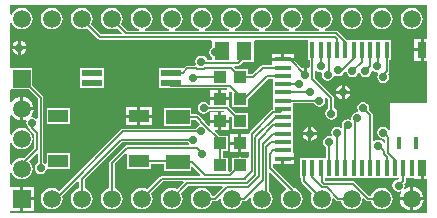
<source format=gtl>
G04*
G04 #@! TF.GenerationSoftware,Altium Limited,CircuitStudio,1.5.1 (13)*
G04*
G04 Layer_Physical_Order=1*
G04 Layer_Color=255*
%FSLAX25Y25*%
%MOIN*%
G70*
G01*
G75*
%ADD10R,0.06693X0.03937*%
%ADD11R,0.07874X0.04921*%
%ADD12R,0.05118X0.05906*%
%ADD13R,0.05512X0.01575*%
%ADD14R,0.01575X0.03937*%
%ADD15R,0.03150X0.05512*%
%ADD16R,0.01575X0.05512*%
%ADD17R,0.07087X0.02165*%
%ADD18R,0.04331X0.03937*%
%ADD19C,0.00600*%
%ADD20C,0.05906*%
%ADD21R,0.05906X0.05906*%
%ADD22R,0.05906X0.05906*%
%ADD23C,0.02756*%
G36*
X205382Y273321D02*
Y266837D01*
X204882Y266682D01*
X204315Y267060D01*
X203543Y267214D01*
X203462Y267197D01*
X203180Y267651D01*
X203453Y268007D01*
X203851Y268968D01*
X203921Y269500D01*
X200500D01*
Y266079D01*
X201032Y266149D01*
X201264Y266245D01*
X201451Y266121D01*
X201660Y265868D01*
X201527Y265197D01*
X201680Y264425D01*
X202117Y263771D01*
X202670Y263402D01*
X202692Y263289D01*
X202695Y263271D01*
X202894Y262973D01*
X204182Y261686D01*
Y256897D01*
X200767Y253482D01*
X200000Y253583D01*
X199073Y253461D01*
X198208Y253103D01*
X197466Y252534D01*
X196897Y251792D01*
X196714Y251350D01*
X196214Y251450D01*
Y258550D01*
X196714Y258650D01*
X196897Y258208D01*
X197466Y257466D01*
X198208Y256897D01*
X199073Y256539D01*
X200000Y256417D01*
X200927Y256539D01*
X201792Y256897D01*
X202534Y257466D01*
X203103Y258208D01*
X203461Y259073D01*
X203583Y260000D01*
X203461Y260927D01*
X203103Y261792D01*
X202534Y262534D01*
X201792Y263103D01*
X200927Y263461D01*
X200000Y263583D01*
X199073Y263461D01*
X198208Y263103D01*
X197466Y262534D01*
X196897Y261792D01*
X196714Y261350D01*
X196214Y261450D01*
Y267620D01*
X196714Y267790D01*
X197181Y267181D01*
X198007Y266547D01*
X198968Y266149D01*
X199500Y266079D01*
Y270000D01*
Y273921D01*
X198968Y273851D01*
X198007Y273453D01*
X197181Y272819D01*
X196714Y272211D01*
X196214Y272380D01*
Y276044D01*
X196447Y276447D01*
X196714Y276447D01*
X202255D01*
X205382Y273321D01*
D02*
G37*
G36*
X335039Y293362D02*
X333965D01*
Y289606D01*
Y285850D01*
X335039D01*
Y271890D01*
X322835D01*
Y262873D01*
X322336Y262819D01*
X321899Y263473D01*
X321244Y263910D01*
X320472Y264064D01*
X319701Y263910D01*
X319046Y263473D01*
X318609Y262819D01*
X318456Y262047D01*
X318609Y261276D01*
X319046Y260621D01*
X319701Y260184D01*
X320472Y260031D01*
X320630Y260062D01*
X321130Y259651D01*
Y258836D01*
X320630Y258685D01*
X320324Y259143D01*
X319669Y259580D01*
X318898Y259733D01*
X318126Y259580D01*
X317559Y259201D01*
X317059Y259357D01*
Y267952D01*
X316989Y268304D01*
X316791Y268601D01*
X315677Y269715D01*
X315796Y270315D01*
X315642Y271087D01*
X315205Y271741D01*
X314551Y272178D01*
X313779Y272332D01*
X313007Y272178D01*
X312353Y271741D01*
X311916Y271087D01*
X311763Y270315D01*
X311916Y269543D01*
X312121Y269236D01*
X311820Y268787D01*
X311811Y268788D01*
X311039Y268635D01*
X310385Y268198D01*
X309948Y267543D01*
X309794Y266772D01*
X309826Y266611D01*
X309595Y266412D01*
X309382Y266283D01*
X308661Y266426D01*
X307890Y266273D01*
X307235Y265835D01*
X306798Y265181D01*
X306645Y264409D01*
X306737Y263946D01*
X306287Y263645D01*
X305890Y263910D01*
X305118Y264064D01*
X304346Y263910D01*
X303692Y263473D01*
X303255Y262819D01*
X303101Y262047D01*
X303255Y261276D01*
X303303Y261203D01*
X302976Y260792D01*
X302362Y260914D01*
X301590Y260761D01*
X300936Y260324D01*
X300499Y259669D01*
X300345Y258898D01*
X300499Y258126D01*
X300936Y257472D01*
X301445Y257132D01*
Y253592D01*
X292707D01*
Y246880D01*
X293177D01*
Y245905D01*
X293247Y245554D01*
X293446Y245257D01*
X296903Y241800D01*
X296897Y241792D01*
X296539Y240927D01*
X296417Y240000D01*
X296539Y239073D01*
X296897Y238208D01*
X297466Y237466D01*
X298208Y236897D01*
X299073Y236539D01*
X300000Y236417D01*
X300927Y236539D01*
X301792Y236897D01*
X302534Y237466D01*
X303103Y238208D01*
X303461Y239073D01*
X303567Y239877D01*
X304029Y240122D01*
X304800Y239351D01*
X305098Y239152D01*
X305449Y239082D01*
X306537D01*
X306539Y239073D01*
X306897Y238208D01*
X307466Y237466D01*
X308208Y236897D01*
X309073Y236539D01*
X310000Y236417D01*
X310927Y236539D01*
X311792Y236897D01*
X312534Y237466D01*
X313103Y238208D01*
X313461Y239073D01*
X313567Y239877D01*
X314029Y240122D01*
X314800Y239351D01*
X315097Y239152D01*
X315449Y239082D01*
X316537D01*
X316539Y239073D01*
X316897Y238208D01*
X317466Y237466D01*
X318208Y236897D01*
X319073Y236539D01*
X320000Y236417D01*
X320927Y236539D01*
X321792Y236897D01*
X322534Y237466D01*
X323103Y238208D01*
X323461Y239073D01*
X323583Y240000D01*
X323461Y240927D01*
X323103Y241792D01*
X322534Y242534D01*
X321792Y243103D01*
X320927Y243461D01*
X320000Y243583D01*
X319073Y243461D01*
X318208Y243103D01*
X317466Y242534D01*
X316897Y241792D01*
X316539Y240927D01*
X316537Y240918D01*
X315829D01*
X311045Y245702D01*
X310747Y245901D01*
X310396Y245970D01*
X300961D01*
X300918Y246014D01*
Y246880D01*
X325647D01*
X325664Y246833D01*
X325655Y246772D01*
X325326Y246295D01*
X324819Y246194D01*
X324165Y245757D01*
X323727Y245103D01*
X323574Y244331D01*
X323727Y243559D01*
X324165Y242905D01*
X324819Y242467D01*
X325590Y242314D01*
X326266Y242448D01*
X326501Y242199D01*
X326583Y242040D01*
X326547Y241993D01*
X326149Y241032D01*
X326079Y240500D01*
X329500D01*
Y243921D01*
X328968Y243851D01*
X328007Y243453D01*
X327885Y243359D01*
X327808Y243395D01*
X327477Y243677D01*
X327607Y244331D01*
X327488Y244930D01*
X327814Y245257D01*
X328013Y245554D01*
X328083Y245905D01*
Y246880D01*
X330890D01*
Y246480D01*
X332965D01*
Y250236D01*
X333965D01*
Y246480D01*
X335039D01*
Y235308D01*
X196214D01*
Y236047D01*
X199500D01*
Y240000D01*
Y243953D01*
X196214D01*
Y248550D01*
X196714Y248650D01*
X196897Y248208D01*
X197466Y247466D01*
X198208Y246897D01*
X199073Y246539D01*
X200000Y246417D01*
X200927Y246539D01*
X201792Y246897D01*
X202534Y247466D01*
X203103Y248208D01*
X203461Y249073D01*
X203583Y250000D01*
X203461Y250927D01*
X203103Y251792D01*
X202534Y252534D01*
X202526Y252646D01*
X204920Y255039D01*
X205382Y254848D01*
Y252002D01*
X204873Y251662D01*
X204436Y251008D01*
X204282Y250236D01*
X204436Y249465D01*
X204873Y248810D01*
X205527Y248373D01*
X206299Y248219D01*
X207071Y248373D01*
X207725Y248810D01*
X208162Y249465D01*
X208275Y250030D01*
X216135D01*
Y255167D01*
X208243D01*
Y251788D01*
X207743Y251636D01*
X207725Y251662D01*
X207217Y252002D01*
Y273701D01*
X207147Y274052D01*
X206948Y274350D01*
X203553Y277745D01*
Y283553D01*
X196714D01*
X196447Y283553D01*
X196214Y283956D01*
X196214Y283956D01*
Y298550D01*
X196714Y298650D01*
X196897Y298208D01*
X197466Y297466D01*
X198208Y296897D01*
X199073Y296539D01*
X200000Y296417D01*
X200927Y296539D01*
X201792Y296897D01*
X202534Y297466D01*
X203103Y298208D01*
X203461Y299073D01*
X203583Y300000D01*
X203461Y300927D01*
X203103Y301792D01*
X202534Y302534D01*
X201792Y303103D01*
X200927Y303461D01*
X200000Y303583D01*
X199073Y303461D01*
X198208Y303103D01*
X197466Y302534D01*
X196897Y301792D01*
X196714Y301350D01*
X196214Y301450D01*
Y304534D01*
X335039D01*
Y293362D01*
D02*
G37*
%LPC*%
G36*
X243339Y267059D02*
X239492D01*
Y264591D01*
X243339D01*
Y267059D01*
D02*
G37*
G36*
X296563Y263979D02*
Y262154D01*
X298388D01*
X298303Y262581D01*
X297777Y263368D01*
X296991Y263894D01*
X296563Y263979D01*
D02*
G37*
G36*
X269209Y265386D02*
X266543D01*
Y262917D01*
X269209D01*
Y265386D01*
D02*
G37*
G36*
X238492Y267059D02*
X234646D01*
Y264591D01*
X238492D01*
Y267059D01*
D02*
G37*
G36*
X216135Y270128D02*
X208243D01*
Y264990D01*
X216135D01*
Y270128D01*
D02*
G37*
G36*
X243339Y270528D02*
X239492D01*
Y268059D01*
X243339D01*
Y270528D01*
D02*
G37*
G36*
X200500Y273921D02*
Y270500D01*
X203921D01*
X203851Y271032D01*
X203453Y271993D01*
X202819Y272819D01*
X201993Y273453D01*
X201032Y273851D01*
X200500Y273921D01*
D02*
G37*
G36*
X265543Y268854D02*
X262878D01*
Y266386D01*
X265543D01*
Y268854D01*
D02*
G37*
G36*
X238492Y270528D02*
X234646D01*
Y268059D01*
X238492D01*
Y270528D01*
D02*
G37*
G36*
X295563Y263979D02*
X295135Y263894D01*
X294349Y263368D01*
X293823Y262581D01*
X293738Y262154D01*
X295563D01*
Y263979D01*
D02*
G37*
G36*
X203953Y243953D02*
X200500D01*
Y240500D01*
X203953D01*
Y243953D01*
D02*
G37*
G36*
X330500Y243921D02*
Y240500D01*
X333921D01*
X333851Y241032D01*
X333453Y241993D01*
X332819Y242819D01*
X331993Y243453D01*
X331032Y243851D01*
X330500Y243921D01*
D02*
G37*
G36*
X333921Y239500D02*
X330500D01*
Y236079D01*
X331032Y236149D01*
X331993Y236547D01*
X332819Y237181D01*
X333453Y238007D01*
X333851Y238968D01*
X333921Y239500D01*
D02*
G37*
G36*
X203953D02*
X200500D01*
Y236047D01*
X203953D01*
Y239500D01*
D02*
G37*
G36*
X329500D02*
X326079D01*
X326149Y238968D01*
X326547Y238007D01*
X327181Y237181D01*
X328007Y236547D01*
X328968Y236149D01*
X329500Y236079D01*
Y239500D01*
D02*
G37*
G36*
X295563Y261154D02*
X293738D01*
X293823Y260726D01*
X294349Y259939D01*
X295135Y259414D01*
X295563Y259329D01*
Y261154D01*
D02*
G37*
G36*
X298388D02*
X296563D01*
Y259329D01*
X296991Y259414D01*
X297777Y259939D01*
X298303Y260726D01*
X298388Y261154D01*
D02*
G37*
G36*
X272236Y261472D02*
X269571D01*
Y259004D01*
X272236D01*
Y261472D01*
D02*
G37*
G36*
X290764Y252886D02*
X287508D01*
Y251599D01*
X290764D01*
Y252886D01*
D02*
G37*
G36*
X272236Y258004D02*
X269571D01*
Y255535D01*
X272236D01*
Y258004D01*
D02*
G37*
G36*
X201538Y289894D02*
X199713D01*
Y288069D01*
X200140Y288154D01*
X200927Y288679D01*
X201453Y289466D01*
X201538Y289894D01*
D02*
G37*
G36*
X332965Y293362D02*
X330890D01*
Y290106D01*
X332965D01*
Y293362D01*
D02*
G37*
G36*
X320000Y303583D02*
X319073Y303461D01*
X318208Y303103D01*
X317466Y302534D01*
X316897Y301792D01*
X316539Y300927D01*
X316417Y300000D01*
X316539Y299073D01*
X316897Y298208D01*
X317466Y297466D01*
X318208Y296897D01*
X319073Y296539D01*
X320000Y296417D01*
X320927Y296539D01*
X321792Y296897D01*
X322534Y297466D01*
X323103Y298208D01*
X323461Y299073D01*
X323583Y300000D01*
X323461Y300927D01*
X323103Y301792D01*
X322534Y302534D01*
X321792Y303103D01*
X320927Y303461D01*
X320000Y303583D01*
D02*
G37*
G36*
X198713Y289894D02*
X196888D01*
X196973Y289466D01*
X197498Y288679D01*
X198285Y288154D01*
X198713Y288069D01*
Y289894D01*
D02*
G37*
G36*
Y292719D02*
X198285Y292634D01*
X197498Y292108D01*
X196973Y291321D01*
X196888Y290894D01*
X198713D01*
Y292719D01*
D02*
G37*
G36*
X210000Y303583D02*
X209073Y303461D01*
X208208Y303103D01*
X207466Y302534D01*
X206897Y301792D01*
X206539Y300927D01*
X206417Y300000D01*
X206539Y299073D01*
X206897Y298208D01*
X207466Y297466D01*
X208208Y296897D01*
X209073Y296539D01*
X210000Y296417D01*
X210927Y296539D01*
X211792Y296897D01*
X212534Y297466D01*
X213103Y298208D01*
X213461Y299073D01*
X213583Y300000D01*
X213461Y300927D01*
X213103Y301792D01*
X212534Y302534D01*
X211792Y303103D01*
X210927Y303461D01*
X210000Y303583D01*
D02*
G37*
G36*
X310000D02*
X309073Y303461D01*
X308208Y303103D01*
X307466Y302534D01*
X306897Y301792D01*
X306539Y300927D01*
X306417Y300000D01*
X306539Y299073D01*
X306897Y298208D01*
X307466Y297466D01*
X308208Y296897D01*
X309073Y296539D01*
X310000Y296417D01*
X310927Y296539D01*
X311792Y296897D01*
X312534Y297466D01*
X313103Y298208D01*
X313461Y299073D01*
X313583Y300000D01*
X313461Y300927D01*
X313103Y301792D01*
X312534Y302534D01*
X311792Y303103D01*
X310927Y303461D01*
X310000Y303583D01*
D02*
G37*
G36*
X199713Y292719D02*
Y290894D01*
X201538D01*
X201453Y291321D01*
X200927Y292108D01*
X200140Y292634D01*
X199713Y292719D01*
D02*
G37*
G36*
X300000Y303583D02*
X299073Y303461D01*
X298208Y303103D01*
X297466Y302534D01*
X296897Y301792D01*
X296539Y300927D01*
X296417Y300000D01*
X296539Y299073D01*
X296897Y298208D01*
X297466Y297466D01*
X298208Y296897D01*
X299073Y296539D01*
X298987Y296055D01*
X291013D01*
X290928Y296539D01*
X291792Y296897D01*
X292534Y297466D01*
X293103Y298208D01*
X293461Y299073D01*
X293583Y300000D01*
X293461Y300927D01*
X293103Y301792D01*
X292534Y302534D01*
X291792Y303103D01*
X290927Y303461D01*
X290000Y303583D01*
X289073Y303461D01*
X288208Y303103D01*
X287466Y302534D01*
X286897Y301792D01*
X286539Y300927D01*
X286417Y300000D01*
X286539Y299073D01*
X286897Y298208D01*
X287466Y297466D01*
X288208Y296897D01*
X289072Y296539D01*
X288987Y296055D01*
X281013D01*
X280927Y296539D01*
X281792Y296897D01*
X282534Y297466D01*
X283103Y298208D01*
X283461Y299073D01*
X283583Y300000D01*
X283461Y300927D01*
X283103Y301792D01*
X282534Y302534D01*
X281792Y303103D01*
X280927Y303461D01*
X280000Y303583D01*
X279073Y303461D01*
X278208Y303103D01*
X277466Y302534D01*
X276897Y301792D01*
X276539Y300927D01*
X276417Y300000D01*
X276539Y299073D01*
X276897Y298208D01*
X277466Y297466D01*
X278208Y296897D01*
X279072Y296539D01*
X278987Y296055D01*
X271013D01*
X270928Y296539D01*
X271792Y296897D01*
X272534Y297466D01*
X273103Y298208D01*
X273461Y299073D01*
X273583Y300000D01*
X273461Y300927D01*
X273103Y301792D01*
X272534Y302534D01*
X271792Y303103D01*
X270927Y303461D01*
X270000Y303583D01*
X269073Y303461D01*
X268208Y303103D01*
X267466Y302534D01*
X266897Y301792D01*
X266539Y300927D01*
X266417Y300000D01*
X266539Y299073D01*
X266897Y298208D01*
X267466Y297466D01*
X268208Y296897D01*
X269073Y296539D01*
X268987Y296055D01*
X261013D01*
X260928Y296539D01*
X261792Y296897D01*
X262534Y297466D01*
X263103Y298208D01*
X263461Y299073D01*
X263583Y300000D01*
X263461Y300927D01*
X263103Y301792D01*
X262534Y302534D01*
X261792Y303103D01*
X260927Y303461D01*
X260000Y303583D01*
X259073Y303461D01*
X258208Y303103D01*
X257466Y302534D01*
X256897Y301792D01*
X256539Y300927D01*
X256417Y300000D01*
X256539Y299073D01*
X256897Y298208D01*
X257466Y297466D01*
X258208Y296897D01*
X259072Y296539D01*
X258987Y296055D01*
X251013D01*
X250927Y296539D01*
X251792Y296897D01*
X252534Y297466D01*
X253103Y298208D01*
X253461Y299073D01*
X253583Y300000D01*
X253461Y300927D01*
X253103Y301792D01*
X252534Y302534D01*
X251792Y303103D01*
X250927Y303461D01*
X250000Y303583D01*
X249073Y303461D01*
X248208Y303103D01*
X247466Y302534D01*
X246897Y301792D01*
X246539Y300927D01*
X246417Y300000D01*
X246539Y299073D01*
X246897Y298208D01*
X247466Y297466D01*
X248208Y296897D01*
X249073Y296539D01*
X248987Y296055D01*
X241013D01*
X240928Y296539D01*
X241792Y296897D01*
X242534Y297466D01*
X243103Y298208D01*
X243461Y299073D01*
X243583Y300000D01*
X243461Y300927D01*
X243103Y301792D01*
X242534Y302534D01*
X241792Y303103D01*
X240927Y303461D01*
X240000Y303583D01*
X239073Y303461D01*
X238208Y303103D01*
X237466Y302534D01*
X236897Y301792D01*
X236539Y300927D01*
X236417Y300000D01*
X236539Y299073D01*
X236897Y298208D01*
X237466Y297466D01*
X238208Y296897D01*
X239072Y296539D01*
X238987Y296055D01*
X235243D01*
X233097Y298200D01*
X233103Y298208D01*
X233461Y299073D01*
X233583Y300000D01*
X233461Y300927D01*
X233103Y301792D01*
X232534Y302534D01*
X231792Y303103D01*
X230927Y303461D01*
X230000Y303583D01*
X229073Y303461D01*
X228208Y303103D01*
X227466Y302534D01*
X226897Y301792D01*
X226539Y300927D01*
X226417Y300000D01*
X226539Y299073D01*
X226897Y298208D01*
X227466Y297466D01*
X228208Y296897D01*
X229073Y296539D01*
X230000Y296417D01*
X230927Y296539D01*
X231792Y296897D01*
X231800Y296903D01*
X233386Y295317D01*
X233194Y294855D01*
X226443D01*
X223097Y298200D01*
X223103Y298208D01*
X223461Y299073D01*
X223583Y300000D01*
X223461Y300927D01*
X223103Y301792D01*
X222534Y302534D01*
X221792Y303103D01*
X220927Y303461D01*
X220000Y303583D01*
X219073Y303461D01*
X218208Y303103D01*
X217466Y302534D01*
X216897Y301792D01*
X216539Y300927D01*
X216417Y300000D01*
X216539Y299073D01*
X216897Y298208D01*
X217466Y297466D01*
X218208Y296897D01*
X219073Y296539D01*
X220000Y296417D01*
X220927Y296539D01*
X221792Y296897D01*
X221800Y296903D01*
X225414Y293288D01*
X225712Y293089D01*
X225770Y293078D01*
X226063Y293019D01*
X263137D01*
X263491Y292667D01*
Y290478D01*
X263141Y290245D01*
X262704Y289591D01*
X262550Y288819D01*
X262704Y288047D01*
X263141Y287393D01*
X263491Y287159D01*
Y286179D01*
X261758D01*
X261706Y286441D01*
X261268Y287095D01*
X260614Y287532D01*
X259842Y287686D01*
X259071Y287532D01*
X258417Y287095D01*
X257979Y286441D01*
X257826Y285669D01*
X257979Y284897D01*
X258059Y284778D01*
X257823Y284337D01*
X255231D01*
X254880Y284267D01*
X254582Y284069D01*
X254311Y283798D01*
X253946Y283513D01*
Y283513D01*
X253946Y283513D01*
X245660D01*
Y280148D01*
Y276802D01*
X249620D01*
X249803Y276765D01*
X268523D01*
X268543Y276736D01*
X268275Y276236D01*
X266543D01*
Y273768D01*
X269209D01*
Y275686D01*
X269696Y275904D01*
X269971Y275689D01*
Y270699D01*
X275502D01*
Y273259D01*
X282270Y280027D01*
X283652D01*
Y279557D01*
Y276802D01*
Y274046D01*
Y271290D01*
Y269725D01*
X283602Y269715D01*
X283528Y269701D01*
X283230Y269502D01*
X276047Y262318D01*
X275848Y262021D01*
X275778Y261670D01*
Y261472D01*
X273236D01*
Y258504D01*
Y255535D01*
X275778D01*
Y254076D01*
X275502Y253691D01*
X273524D01*
X272835Y253828D01*
X272145Y253691D01*
X269971D01*
Y249654D01*
X269309Y248992D01*
X268809Y249199D01*
Y253691D01*
X266961D01*
Y255935D01*
X268809D01*
Y261072D01*
X265730D01*
X264347Y262455D01*
X264539Y262917D01*
X265543D01*
Y265386D01*
X262878D01*
Y264578D01*
X262416Y264387D01*
X261435Y265368D01*
X261218Y265513D01*
X258917Y267814D01*
X258619Y268013D01*
X258268Y268083D01*
X256505D01*
Y270226D01*
X247431D01*
Y264105D01*
X256505D01*
Y266248D01*
X257888D01*
X259330Y264805D01*
X259185Y264327D01*
X259071Y264304D01*
X258417Y263867D01*
X258077Y263359D01*
X233858D01*
X233507Y263289D01*
X233209Y263090D01*
X212646Y242527D01*
X212534Y242534D01*
X211792Y243103D01*
X210927Y243461D01*
X210000Y243583D01*
X209073Y243461D01*
X208208Y243103D01*
X207466Y242534D01*
X206897Y241792D01*
X206539Y240927D01*
X206417Y240000D01*
X206539Y239073D01*
X206897Y238208D01*
X207466Y237466D01*
X208208Y236897D01*
X209073Y236539D01*
X210000Y236417D01*
X210927Y236539D01*
X211792Y236897D01*
X212534Y237466D01*
X213103Y238208D01*
X213461Y239073D01*
X213583Y240000D01*
X213482Y240767D01*
X218620Y245905D01*
X219082Y245714D01*
Y243463D01*
X219073Y243461D01*
X218208Y243103D01*
X217466Y242534D01*
X216897Y241792D01*
X216539Y240927D01*
X216417Y240000D01*
X216539Y239073D01*
X216897Y238208D01*
X217466Y237466D01*
X218208Y236897D01*
X219073Y236539D01*
X220000Y236417D01*
X220927Y236539D01*
X221792Y236897D01*
X222534Y237466D01*
X223103Y238208D01*
X223461Y239073D01*
X223583Y240000D01*
X223461Y240927D01*
X223103Y241792D01*
X222534Y242534D01*
X221792Y243103D01*
X220927Y243461D01*
X220918Y243463D01*
Y246234D01*
X233451Y258767D01*
X255321D01*
X255602Y258347D01*
X255446Y257847D01*
X235039D01*
X234688Y257777D01*
X234390Y257578D01*
X229351Y252539D01*
X229152Y252241D01*
X229082Y251890D01*
Y243463D01*
X229073Y243461D01*
X228208Y243103D01*
X227466Y242534D01*
X226897Y241792D01*
X226539Y240927D01*
X226417Y240000D01*
X226539Y239073D01*
X226897Y238208D01*
X227466Y237466D01*
X228208Y236897D01*
X229073Y236539D01*
X230000Y236417D01*
X230927Y236539D01*
X231792Y236897D01*
X232534Y237466D01*
X233103Y238208D01*
X233461Y239073D01*
X233583Y240000D01*
X233461Y240927D01*
X233103Y241792D01*
X232534Y242534D01*
X231792Y243103D01*
X230927Y243461D01*
X230918Y243463D01*
Y251510D01*
X234546Y255138D01*
X234796Y255034D01*
X234796Y255034D01*
X234968Y254963D01*
X235004Y254948D01*
X235032Y254936D01*
X235046Y254931D01*
Y254891D01*
X235046Y254765D01*
Y254750D01*
Y254750D01*
Y250030D01*
X242939D01*
Y251681D01*
X247431D01*
Y249144D01*
X256505D01*
Y250441D01*
X256967Y250633D01*
X259546Y248054D01*
X259355Y247592D01*
X246674D01*
X246323Y247522D01*
X246025Y247323D01*
X241800Y243097D01*
X241792Y243103D01*
X240927Y243461D01*
X240000Y243583D01*
X239073Y243461D01*
X238208Y243103D01*
X237466Y242534D01*
X236897Y241792D01*
X236539Y240927D01*
X236417Y240000D01*
X236539Y239073D01*
X236897Y238208D01*
X237466Y237466D01*
X238208Y236897D01*
X239073Y236539D01*
X240000Y236417D01*
X240927Y236539D01*
X241792Y236897D01*
X242534Y237466D01*
X243103Y238208D01*
X243461Y239073D01*
X243583Y240000D01*
X243461Y240927D01*
X243103Y241792D01*
X243097Y241800D01*
X247054Y245756D01*
X253805D01*
X253997Y245294D01*
X251800Y243097D01*
X251792Y243103D01*
X250927Y243461D01*
X250000Y243583D01*
X249073Y243461D01*
X248208Y243103D01*
X247466Y242534D01*
X246897Y241792D01*
X246539Y240927D01*
X246417Y240000D01*
X246539Y239073D01*
X246897Y238208D01*
X247466Y237466D01*
X248208Y236897D01*
X249073Y236539D01*
X250000Y236417D01*
X250927Y236539D01*
X251792Y236897D01*
X252534Y237466D01*
X253103Y238208D01*
X253461Y239073D01*
X253583Y240000D01*
X253461Y240927D01*
X253103Y241792D01*
X253097Y241800D01*
X255498Y244200D01*
X266801D01*
X266992Y243739D01*
X264171Y240918D01*
X263463D01*
X263461Y240927D01*
X263103Y241792D01*
X262534Y242534D01*
X261792Y243103D01*
X260927Y243461D01*
X260000Y243583D01*
X259073Y243461D01*
X258208Y243103D01*
X257466Y242534D01*
X256897Y241792D01*
X256539Y240927D01*
X256417Y240000D01*
X256539Y239073D01*
X256897Y238208D01*
X257466Y237466D01*
X258208Y236897D01*
X259073Y236539D01*
X260000Y236417D01*
X260927Y236539D01*
X261792Y236897D01*
X262534Y237466D01*
X263103Y238208D01*
X263461Y239073D01*
X263463Y239082D01*
X264551D01*
X264902Y239152D01*
X265200Y239351D01*
X265971Y240122D01*
X266433Y239877D01*
X266539Y239073D01*
X266897Y238208D01*
X267466Y237466D01*
X268208Y236897D01*
X269073Y236539D01*
X270000Y236417D01*
X270927Y236539D01*
X271792Y236897D01*
X272534Y237466D01*
X273103Y238208D01*
X273461Y239073D01*
X273463Y239082D01*
X274016D01*
X274367Y239152D01*
X274665Y239351D01*
X276003Y240690D01*
X276477Y240456D01*
X276417Y240000D01*
X276539Y239073D01*
X276897Y238208D01*
X277466Y237466D01*
X278208Y236897D01*
X279073Y236539D01*
X280000Y236417D01*
X280927Y236539D01*
X281792Y236897D01*
X282534Y237466D01*
X283103Y238208D01*
X283461Y239073D01*
X283583Y240000D01*
X283461Y240927D01*
X283103Y241792D01*
X282534Y242534D01*
X282414Y242626D01*
Y248549D01*
X282876Y248740D01*
X288071Y243545D01*
X287980Y242928D01*
X287466Y242534D01*
X286897Y241792D01*
X286539Y240927D01*
X286417Y240000D01*
X286539Y239073D01*
X286897Y238208D01*
X287466Y237466D01*
X288208Y236897D01*
X289073Y236539D01*
X290000Y236417D01*
X290927Y236539D01*
X291792Y236897D01*
X292534Y237466D01*
X293103Y238208D01*
X293461Y239073D01*
X293583Y240000D01*
X293461Y240927D01*
X293103Y241792D01*
X292534Y242534D01*
X291792Y243103D01*
X290927Y243461D01*
X290696Y243492D01*
X290649Y243562D01*
X283614Y250597D01*
Y251599D01*
X286508D01*
Y253386D01*
X287008D01*
Y253886D01*
X290764D01*
Y255173D01*
X290364D01*
Y257510D01*
Y260266D01*
Y263022D01*
Y265778D01*
Y268534D01*
Y271290D01*
Y271760D01*
X297447D01*
X297787Y271251D01*
X298441Y270814D01*
X299213Y270660D01*
X299984Y270814D01*
X300639Y271251D01*
X301076Y271905D01*
X301229Y272677D01*
X301076Y273449D01*
X300905Y273704D01*
X301294Y274023D01*
X302232Y273084D01*
Y270112D01*
X301724Y269773D01*
X301286Y269118D01*
X301133Y268347D01*
X301286Y267575D01*
X301724Y266920D01*
X302378Y266483D01*
X303150Y266330D01*
X303921Y266483D01*
X304576Y266920D01*
X305013Y267575D01*
X305166Y268347D01*
X305013Y269118D01*
X304576Y269773D01*
X304067Y270112D01*
Y273465D01*
X303997Y273816D01*
X303799Y274113D01*
X297768Y280144D01*
Y282454D01*
X298268Y282610D01*
X298834Y282231D01*
X299606Y282078D01*
X300013Y281649D01*
X299952Y281339D01*
X300105Y280567D01*
X300542Y279913D01*
X301197Y279475D01*
X301969Y279322D01*
X302740Y279475D01*
X303395Y279913D01*
X303832Y280567D01*
X303918Y280998D01*
X304473Y281229D01*
X304740Y281050D01*
X305512Y280897D01*
X306284Y281050D01*
X306938Y281487D01*
X307375Y282142D01*
X307412Y282329D01*
X307778Y282649D01*
X308003Y282583D01*
X308233Y282449D01*
X308373Y281748D01*
X308810Y281094D01*
X309465Y280657D01*
X310236Y280503D01*
X311008Y280657D01*
X311662Y281094D01*
X312099Y281748D01*
X312147Y281986D01*
X312656D01*
X312704Y281748D01*
X313141Y281094D01*
X313795Y280657D01*
X314567Y280503D01*
X315339Y280657D01*
X315993Y281094D01*
X316430Y281748D01*
X316582Y282511D01*
X316613Y282531D01*
X317058Y282698D01*
X317078Y282668D01*
X317732Y282231D01*
X318504Y282078D01*
X318513Y282080D01*
X318814Y281630D01*
X318609Y281323D01*
X318456Y280551D01*
X318609Y279779D01*
X319046Y279125D01*
X319700Y278688D01*
X320472Y278534D01*
X321244Y278688D01*
X321898Y279125D01*
X322335Y279779D01*
X322489Y280551D01*
X322335Y281323D01*
X322103Y281671D01*
X322302Y281871D01*
X322501Y282169D01*
X322571Y282520D01*
Y286250D01*
X323041D01*
Y292962D01*
X308300D01*
X305477Y295786D01*
X305179Y295985D01*
X304828Y296055D01*
X301013D01*
X300927Y296539D01*
X301792Y296897D01*
X302534Y297466D01*
X303103Y298208D01*
X303461Y299073D01*
X303583Y300000D01*
X303461Y300927D01*
X303103Y301792D01*
X302534Y302534D01*
X301792Y303103D01*
X300927Y303461D01*
X300000Y303583D01*
D02*
G37*
G36*
X330000D02*
X329073Y303461D01*
X328208Y303103D01*
X327466Y302534D01*
X326897Y301792D01*
X326539Y300927D01*
X326417Y300000D01*
X326539Y299073D01*
X326897Y298208D01*
X327466Y297466D01*
X328208Y296897D01*
X329073Y296539D01*
X330000Y296417D01*
X330927Y296539D01*
X331792Y296897D01*
X332534Y297466D01*
X333103Y298208D01*
X333461Y299073D01*
X333583Y300000D01*
X333461Y300927D01*
X333103Y301792D01*
X332534Y302534D01*
X331792Y303103D01*
X330927Y303461D01*
X330000Y303583D01*
D02*
G37*
G36*
X309412Y274933D02*
X307587D01*
Y273108D01*
X308014Y273193D01*
X308801Y273719D01*
X309327Y274505D01*
X309412Y274933D01*
D02*
G37*
G36*
X265543Y276236D02*
X262878D01*
Y273768D01*
X265543D01*
Y276236D01*
D02*
G37*
G36*
X269209Y272768D02*
X266043D01*
X262878D01*
Y271233D01*
X262396D01*
X262056Y271741D01*
X261402Y272178D01*
X260630Y272332D01*
X259858Y272178D01*
X259204Y271741D01*
X258767Y271087D01*
X258613Y270315D01*
X258767Y269543D01*
X259204Y268889D01*
X259858Y268452D01*
X260630Y268298D01*
X261402Y268452D01*
X262056Y268889D01*
X262396Y269397D01*
X267500D01*
X267529Y269354D01*
X267262Y268854D01*
X266543D01*
Y266386D01*
X269209D01*
Y267332D01*
X269678Y267537D01*
X269971Y267301D01*
Y263317D01*
X275502D01*
Y268454D01*
X271465D01*
X269209Y270711D01*
Y272768D01*
D02*
G37*
G36*
X306587Y274933D02*
X304762D01*
X304847Y274505D01*
X305372Y273719D01*
X306159Y273193D01*
X306587Y273108D01*
Y274933D01*
D02*
G37*
G36*
Y277758D02*
X306159Y277673D01*
X305372Y277148D01*
X304847Y276361D01*
X304762Y275933D01*
X306587D01*
Y277758D01*
D02*
G37*
G36*
X332965Y289106D02*
X330890D01*
Y285850D01*
X332965D01*
Y289106D01*
D02*
G37*
G36*
X227569Y283513D02*
X219282D01*
Y280148D01*
Y276802D01*
X227569D01*
Y280148D01*
Y283513D01*
D02*
G37*
G36*
X307587Y277758D02*
Y275933D01*
X309412D01*
X309327Y276361D01*
X308801Y277148D01*
X308014Y277673D01*
X307587Y277758D01*
D02*
G37*
%LPD*%
G36*
X295463Y292962D02*
Y286250D01*
X295933D01*
Y283764D01*
X295492Y283528D01*
X295416Y283579D01*
X294988Y283664D01*
Y281339D01*
X293988D01*
Y283664D01*
X293560Y283579D01*
X293552Y283573D01*
X291168Y285957D01*
X287008D01*
Y286457D01*
D01*
Y285957D01*
X283252D01*
Y284669D01*
X282773Y284618D01*
X280315D01*
X280022Y284560D01*
X279964Y284548D01*
X279666Y284350D01*
X276785Y281469D01*
X275502D01*
Y283120D01*
X271465D01*
X270741Y283844D01*
X270949Y284344D01*
X272061D01*
X272413Y284414D01*
X272710Y284613D01*
X273659Y285561D01*
X277289D01*
Y292667D01*
X277643Y293019D01*
X294987D01*
X295463Y292962D01*
D02*
G37*
%LPC*%
G36*
X286508Y288244D02*
X283252D01*
Y286957D01*
X286508D01*
Y288244D01*
D02*
G37*
G36*
X290764D02*
X287508D01*
Y286957D01*
X290764D01*
Y288244D01*
D02*
G37*
%LPD*%
D10*
X212189Y267559D02*
D03*
Y252598D02*
D03*
X238992Y267559D02*
D03*
Y252598D02*
D03*
D11*
X251969Y252205D02*
D03*
Y267165D02*
D03*
D12*
X274130Y289114D02*
D03*
X266650D02*
D03*
D13*
X287008Y286457D02*
D03*
Y253386D02*
D03*
Y256142D02*
D03*
Y258898D02*
D03*
Y261654D02*
D03*
Y280945D02*
D03*
Y283701D02*
D03*
Y272677D02*
D03*
Y275433D02*
D03*
Y278189D02*
D03*
Y264409D02*
D03*
Y267165D02*
D03*
Y269921D02*
D03*
D14*
X331299Y258504D02*
D03*
X325787D02*
D03*
D15*
X333465Y250236D02*
D03*
Y289606D02*
D03*
D16*
X329921Y250236D02*
D03*
X327165D02*
D03*
X324410D02*
D03*
X321654D02*
D03*
X318898D02*
D03*
X316142D02*
D03*
X313386D02*
D03*
X310630D02*
D03*
X307874D02*
D03*
X305118D02*
D03*
X302362D02*
D03*
X299606D02*
D03*
X296850D02*
D03*
X294094D02*
D03*
X316142Y289606D02*
D03*
X318898D02*
D03*
X321654D02*
D03*
X307874D02*
D03*
X310630D02*
D03*
X313386D02*
D03*
X299606D02*
D03*
X302362D02*
D03*
X305118D02*
D03*
X296850D02*
D03*
D17*
X249803Y281831D02*
D03*
Y278484D02*
D03*
X223425D02*
D03*
Y281831D02*
D03*
D18*
X272736Y258504D02*
D03*
X266043D02*
D03*
X266043Y265886D02*
D03*
X272736D02*
D03*
X266043Y280551D02*
D03*
X272736D02*
D03*
X266043Y273268D02*
D03*
X272736D02*
D03*
X266043Y251122D02*
D03*
X272736D02*
D03*
D19*
X283071Y258898D02*
X287008D01*
X305118Y289606D02*
Y293150D01*
X304331Y293937D02*
X305118Y293150D01*
X226063Y293937D02*
X304331D01*
X220000Y300000D02*
X226063Y293937D01*
X307874Y289606D02*
Y292091D01*
X304828Y295137D02*
X307874Y292091D01*
X234863Y295137D02*
X304828D01*
X230000Y300000D02*
X234863Y295137D01*
X299606Y284095D02*
Y289606D01*
X302362Y281732D02*
Y289606D01*
X301969Y281339D02*
X302362Y281732D01*
X274410Y288032D02*
Y288835D01*
X274130Y289114D02*
X274410Y288835D01*
X310630Y286850D02*
Y289606D01*
X306693Y282913D02*
X310630Y286850D01*
X305512Y282913D02*
X306693D01*
X313386Y285669D02*
Y289606D01*
X310236Y282520D02*
X313386Y285669D01*
X316142Y284094D02*
Y289606D01*
X314567Y282520D02*
X316142Y284094D01*
X318898Y284488D02*
Y289606D01*
X318504Y284095D02*
X318898Y284488D01*
X321654Y282520D02*
Y289606D01*
X320472Y281338D02*
X321654Y282520D01*
X320472Y280551D02*
Y281338D01*
X269868Y283420D02*
X272736Y280551D01*
X277165D01*
X280315Y283701D01*
X287008D01*
X249803Y277683D02*
Y278484D01*
X269404Y277683D02*
X272736Y274350D01*
Y273268D02*
Y274350D01*
X249803Y277683D02*
X269404D01*
X272736Y273268D02*
X274213D01*
X281890Y280945D01*
X287008D01*
X268307Y270315D02*
X272736Y265886D01*
X260630Y270315D02*
X268307D01*
X259857Y285261D02*
X272061D01*
X274410Y287610D01*
Y288032D01*
X238992Y252598D02*
X251575D01*
X251969Y252205D01*
X256693D01*
X283858Y261654D02*
X287008D01*
X270000Y240000D02*
X274016D01*
X283858Y264409D02*
X287008D01*
X268404Y243853D02*
X275506D01*
X264551Y240000D02*
X268404Y243853D01*
X260000Y240000D02*
X264551D01*
X284646Y267165D02*
X287008D01*
X255118Y245118D02*
X275075D01*
X250000Y240000D02*
X255118Y245118D01*
X285939Y268853D02*
X287008Y269921D01*
X283879Y268853D02*
X285939D01*
X274410Y246693D02*
Y246861D01*
X256693Y252205D02*
X261024Y247874D01*
X269488D01*
X272736Y251122D01*
X274391Y246674D02*
X274410Y246693D01*
X246674Y246674D02*
X274391D01*
X240000Y240000D02*
X246674Y246674D01*
X280000Y240000D02*
X281496Y241496D01*
Y257323D01*
X283071Y258898D01*
X274016Y240000D02*
X280296Y246280D01*
X275506Y243853D02*
X279096Y247443D01*
X275075Y245118D02*
X277896Y247940D01*
X274410Y246861D02*
X276696Y249148D01*
Y261670D01*
X277896Y247940D02*
Y260416D01*
X279096Y247443D02*
Y259647D01*
X280296Y246280D02*
Y258091D01*
X283858Y261654D01*
X279096Y259647D02*
X283858Y264409D01*
X277896Y260416D02*
X284646Y267165D01*
X276696Y261670D02*
X283879Y268853D01*
X290000Y240000D02*
Y242913D01*
X282696Y250217D02*
X290000Y242913D01*
X282696Y250217D02*
Y254979D01*
X283858Y256142D01*
X287008D01*
X294094Y245905D02*
Y250236D01*
Y245905D02*
X300000Y240000D01*
X296850Y247087D02*
Y250236D01*
Y247087D02*
X300084Y243853D01*
X301596D01*
X305449Y240000D01*
X310000D01*
X299606Y250236D02*
X300000Y249843D01*
Y245634D02*
Y249843D01*
Y245634D02*
X300581Y245053D01*
X310396D01*
X315449Y240000D01*
X320000D01*
X302362Y250236D02*
Y258898D01*
X302362Y250236D02*
X302362Y250236D01*
X305118Y250236D02*
Y262047D01*
X305118Y250236D02*
X305118Y250236D01*
X307874Y263622D02*
X308661Y264409D01*
X307874Y250236D02*
Y263622D01*
X310939Y265900D02*
X311811Y266772D01*
X310630Y250236D02*
X310939D01*
Y265900D01*
X313779Y270315D02*
X316142Y267952D01*
Y250236D02*
Y267952D01*
X287008Y278189D02*
X292520D01*
X292520Y278189D01*
X210000Y240000D02*
X211417D01*
X287008Y275433D02*
X296063D01*
X296063Y275433D01*
X233858Y262441D02*
X259842D01*
X211417Y240000D02*
X233858Y262441D01*
X233071Y259685D02*
X257087D01*
X220000Y246614D02*
X233071Y259685D01*
X220000Y240000D02*
Y246614D01*
X287008Y272677D02*
X299213D01*
X299213Y272677D01*
X258268Y256929D02*
X260236Y254961D01*
X235039Y256929D02*
X258268D01*
X230000Y251890D02*
X235039Y256929D01*
X230000Y240000D02*
Y251890D01*
X324410Y250236D02*
X324410Y250236D01*
X324410Y250236D02*
Y252992D01*
X322047Y255354D02*
X324410Y252992D01*
X322047Y255354D02*
Y260472D01*
X320472Y262047D02*
X322047Y260472D01*
X321654Y250236D02*
Y254051D01*
X320847Y254857D02*
X321654Y254051D01*
X320847Y254857D02*
Y255767D01*
X318898Y257716D02*
X320847Y255767D01*
X327165Y245905D02*
Y250236D01*
X325590Y244331D02*
X327165Y245905D01*
X206299Y250236D02*
Y273701D01*
X200000Y280000D02*
X206299Y273701D01*
X266043Y258504D02*
Y259462D01*
X260786Y264719D02*
X266043Y259462D01*
X260714Y264719D02*
X260786D01*
X258268Y267165D02*
X260714Y264719D01*
X251969Y267165D02*
X258268D01*
X296850Y279764D02*
Y289606D01*
Y279764D02*
X303150Y273465D01*
Y268347D02*
Y273465D01*
X249803Y281831D02*
X253642D01*
X255231Y283420D01*
X258477D01*
X258505Y283391D01*
X257480Y280551D02*
X266043D01*
X257087Y280157D02*
X257480Y280551D01*
X203543Y263622D02*
Y265197D01*
Y263622D02*
X205099Y262066D01*
Y256517D02*
Y262066D01*
X200000Y251417D02*
X205099Y256517D01*
X200000Y250000D02*
Y251417D01*
X266043Y251811D02*
Y258504D01*
X287008Y286457D02*
X289370D01*
X294488Y281339D01*
X259842Y285276D02*
X259857Y285261D01*
X259842Y285276D02*
Y285669D01*
X260786Y283391D02*
X260814Y283420D01*
X269868D01*
X258505Y283391D02*
X260786D01*
D20*
X200000Y250000D02*
D03*
Y260000D02*
D03*
Y270000D02*
D03*
X210000Y240000D02*
D03*
X220000D02*
D03*
X230000D02*
D03*
X240000D02*
D03*
X250000D02*
D03*
X260000D02*
D03*
X270000D02*
D03*
X280000D02*
D03*
X290000D02*
D03*
X300000D02*
D03*
X310000D02*
D03*
X320000D02*
D03*
X330000D02*
D03*
Y300000D02*
D03*
X320000D02*
D03*
X310000D02*
D03*
X300000D02*
D03*
X290000D02*
D03*
X280000D02*
D03*
X270000D02*
D03*
X260000D02*
D03*
X250000D02*
D03*
X240000D02*
D03*
X230000D02*
D03*
X220000D02*
D03*
X210000D02*
D03*
X200000D02*
D03*
D21*
Y280000D02*
D03*
D22*
Y240000D02*
D03*
D23*
X299606Y284095D02*
D03*
X264567Y288819D02*
D03*
X301969Y281339D02*
D03*
X274410Y288032D02*
D03*
X305512Y282913D02*
D03*
X310236Y282520D02*
D03*
X314567D02*
D03*
X318504Y284095D02*
D03*
X320472Y280551D02*
D03*
X260630Y270315D02*
D03*
X302362Y258898D02*
D03*
X305118Y262047D02*
D03*
X308661Y264409D02*
D03*
X311811Y266772D02*
D03*
X313779Y270315D02*
D03*
X292520Y278189D02*
D03*
X296063Y275433D02*
D03*
X259842Y262441D02*
D03*
X257087Y259685D02*
D03*
X299213Y272677D02*
D03*
X260236Y254961D02*
D03*
X320472Y262047D02*
D03*
X318898Y257716D02*
D03*
X272835Y251811D02*
D03*
X325590Y244331D02*
D03*
X206299Y250236D02*
D03*
X238189Y252205D02*
D03*
X303150Y268347D02*
D03*
X266142Y251811D02*
D03*
X257087Y280157D02*
D03*
X203543Y265197D02*
D03*
X294488Y281339D02*
D03*
X199213Y290394D02*
D03*
X307087Y275433D02*
D03*
X296063Y261653D02*
D03*
X259842Y285669D02*
D03*
M02*

</source>
